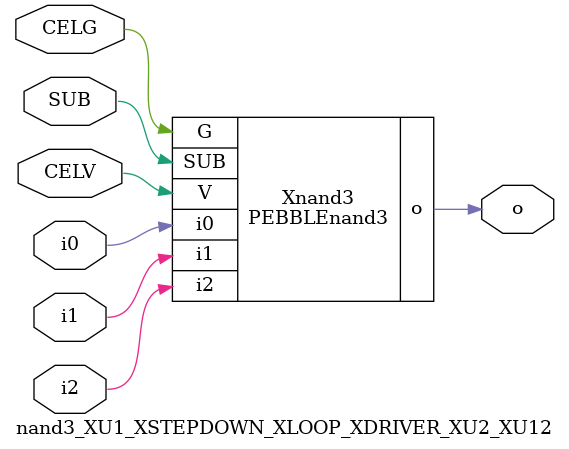
<source format=v>



module PEBBLEnand3 ( o, G, SUB, V, i0, i1, i2 );

  input i0;
  input V;
  input i2;
  input i1;
  input G;
  output o;
  input SUB;
endmodule

//Celera Confidential Do Not Copy nand3_XU1_XSTEPDOWN_XLOOP_XDRIVER_XU2_XU12
//Celera Confidential Symbol Generator
//5V Inverter
module nand3_XU1_XSTEPDOWN_XLOOP_XDRIVER_XU2_XU12 (CELV,CELG,i0,i1,i2,o,SUB);
input CELV;
input CELG;
input i0;
input i1;
input i2;
input SUB;
output o;

//Celera Confidential Do Not Copy nand3
PEBBLEnand3 Xnand3(
.V (CELV),
.i0 (i0),
.i1 (i1),
.i2 (i2),
.o (o),
.SUB (SUB),
.G (CELG)
);
//,diesize,PEBBLEnand3

//Celera Confidential Do Not Copy Module End
//Celera Schematic Generator
endmodule

</source>
